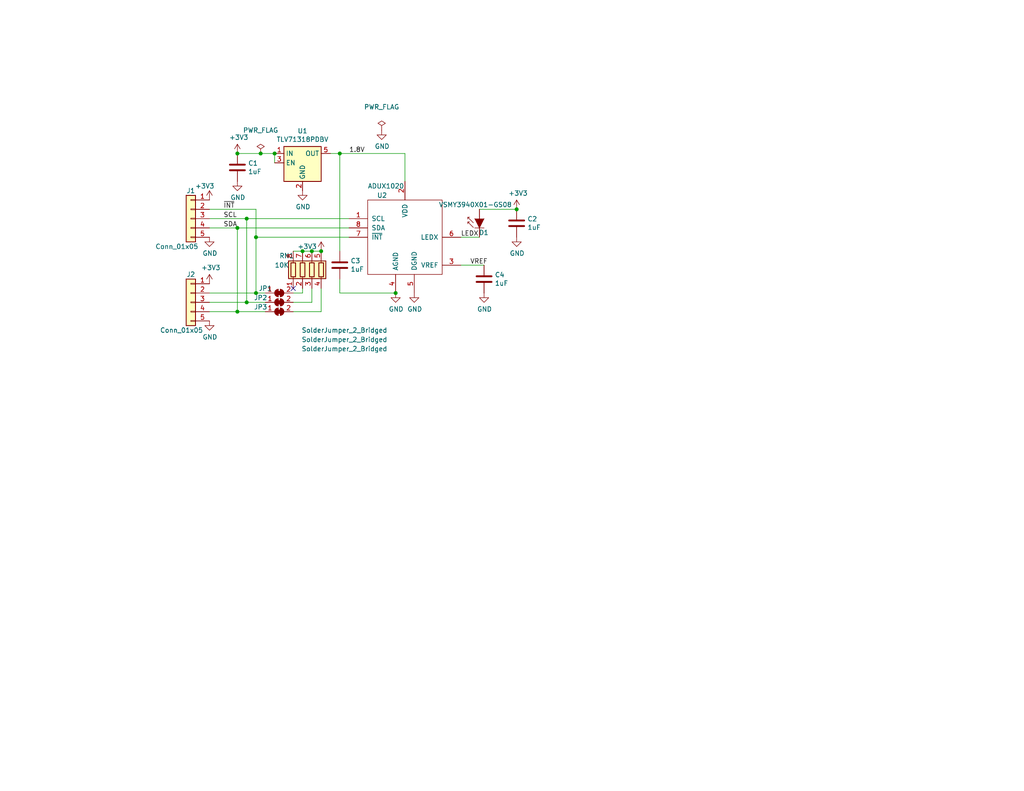
<source format=kicad_sch>
(kicad_sch (version 20230121) (generator eeschema)
  (paper "USLetter")
  (title_block (title "Gesture and Proximity Sensor") (date "2019-11-15") (rev "1.0") (comment 1 "Copyright (C) 2019 Aaron Williams"))
  (lib_symbols
    (symbol "Connector_Generic:Conn_01x05" (pin_names (offset 1.016) hide)
      (property "Reference" "J" (at 0 7.62 0))
      (property "Value" "Conn_01x05" (at 0 -7.62 0))
      (symbol "Conn_01x05_1_1"
        (rectangle (start -1.27 -4.953) (end 0 -5.207) (stroke (width 0.1524)))
        (rectangle (start -1.27 -2.413) (end 0 -2.667) (stroke (width 0.1524)))
        (rectangle (start -1.27 0.127) (end 0 -0.127) (stroke (width 0.1524)))
        (rectangle (start -1.27 2.667) (end 0 2.413) (stroke (width 0.1524)))
        (rectangle (start -1.27 5.207) (end 0 4.953) (stroke (width 0.1524)))
        (rectangle (start -1.27 6.35) (end 1.27 -6.35) (stroke (width 0.254)) (fill (type background)))
        (pin passive line (at -5.08 5.08 0) (length 3.81) (name "Pin_1") (number "1"))
        (pin passive line (at -5.08 2.54 0) (length 3.81) (name "Pin_2") (number "2"))
        (pin passive line (at -5.08 0 0) (length 3.81) (name "Pin_3") (number "3"))
        (pin passive line (at -5.08 -2.54 0) (length 3.81) (name "Pin_4") (number "4"))
        (pin passive line (at -5.08 -5.08 0) (length 3.81) (name "Pin_5") (number "5"))
      )
    )
    (symbol "Device:C" (pin_numbers hide) (pin_names (offset 0.254))
      (property "Reference" "C" (at 0.635 2.54 0))
      (property "Value" "C" (at 0.635 -2.54 0))
      (symbol "C_0_1"
        (polyline (pts (xy -2.032 -0.762) (xy 2.032 -0.762)) (stroke (width 0.508)))
        (polyline (pts (xy -2.032 0.762) (xy 2.032 0.762)) (stroke (width 0.508)))
      )
      (symbol "C_1_1"
        (pin passive line (at 0 3.81 270) (length 2.794) (name "~") (number "1"))
        (pin passive line (at 0 -3.81 90) (length 2.794) (name "~") (number "2"))
      )
    )
    (symbol "Device:R_Pack04" (pin_names (offset 0) hide)
      (property "Reference" "RN" (at -7.62 0 90))
      (property "Value" "R_Pack04" (at 5.08 0 90))
      (symbol "R_Pack04_0_1"
        (rectangle (start -6.35 -2.413) (end 3.81 2.413) (stroke (width 0.254)) (fill (type background)))
        (rectangle (start -5.715 1.905) (end -4.445 -1.905) (stroke (width 0.254)))
        (rectangle (start -3.175 1.905) (end -1.905 -1.905) (stroke (width 0.254)))
        (rectangle (start -0.635 1.905) (end 0.635 -1.905) (stroke (width 0.254)))
        (polyline (pts (xy -5.08 -2.54) (xy -5.08 -1.905)))
        (polyline (pts (xy -5.08 1.905) (xy -5.08 2.54)))
        (polyline (pts (xy -2.54 -2.54) (xy -2.54 -1.905)))
        (polyline (pts (xy -2.54 1.905) (xy -2.54 2.54)))
        (polyline (pts (xy 0 -2.54) (xy 0 -1.905)))
        (polyline (pts (xy 0 1.905) (xy 0 2.54)))
        (polyline (pts (xy 2.54 -2.54) (xy 2.54 -1.905)))
        (polyline (pts (xy 2.54 1.905) (xy 2.54 2.54)))
        (rectangle (start 1.905 1.905) (end 3.175 -1.905) (stroke (width 0.254)))
      )
      (symbol "R_Pack04_1_1"
        (pin passive line (at -5.08 -5.08 90) (length 2.54) (name "R1.1") (number "1"))
        (pin passive line (at -2.54 -5.08 90) (length 2.54) (name "R2.1") (number "2"))
        (pin passive line (at 0 -5.08 90) (length 2.54) (name "R3.1") (number "3"))
        (pin passive line (at 2.54 -5.08 90) (length 2.54) (name "R4.1") (number "4"))
        (pin passive line (at 2.54 5.08 270) (length 2.54) (name "R4.2") (number "5"))
        (pin passive line (at 0 5.08 270) (length 2.54) (name "R3.2") (number "6"))
        (pin passive line (at -2.54 5.08 270) (length 2.54) (name "R2.2") (number "7"))
        (pin passive line (at -5.08 5.08 270) (length 2.54) (name "R1.2") (number "8"))
      )
    )
    (symbol "Jumper:SolderJumper_2_Bridged" (pin_names (offset 0) hide)
      (property "Reference" "JP" (at 0 2.032 0))
      (property "Value" "SolderJumper_2_Bridged" (at 0 -2.54 0))
      (symbol "SolderJumper_2_Bridged_0_1"
        (rectangle (start -0.508 0.508) (end 0.508 -0.508) (fill (type outline)))
        (arc (start -0.254 1.016) (mid -1.2656 0) (end -0.254 -1.016))
        (arc (start -0.254 1.016) (mid -1.2656 0) (end -0.254 -1.016) (fill (type outline)))
        (polyline (pts (xy -0.254 1.016) (xy -0.254 -1.016)))
        (polyline (pts (xy 0.254 1.016) (xy 0.254 -1.016)))
        (arc (start 0.254 -1.016) (mid 1.2656 0) (end 0.254 1.016))
        (arc (start 0.254 -1.016) (mid 1.2656 0) (end 0.254 1.016) (fill (type outline)))
      )
      (symbol "SolderJumper_2_Bridged_1_1"
        (pin passive line (at -3.81 0 0) (length 2.54) (name "A") (number "1"))
        (pin passive line (at 3.81 0 180) (length 2.54) (name "B") (number "2"))
      )
    )
    (symbol "light-sensor-rescue:+3.3V-power" (power) (pin_names (offset 0))
      (property "Value" "+3.3V-power" (at 0 3.556 0))
      (symbol "+3.3V-power_0_1"
        (polyline (pts (xy -0.762 1.27) (xy 0 2.54)))
        (polyline (pts (xy 0 0) (xy 0 2.54)))
        (polyline (pts (xy 0 2.54) (xy 0.762 1.27)))
      )
      (symbol "+3.3V-power_1_1"
        (pin power_in line (at 0 0 90) (length 0) hide (name "+3V3") (number "1"))
      )
    )
    (symbol "light-sensor-rescue:ADUX1020-Aaron" (pin_names (offset 1.016))
      (property "Reference" "U" (at 7.62 11.43 0))
      (property "Value" "Aaron_ADUX1020" (at -5.08 11.43 0))
      (symbol "ADUX1020-Aaron_0_1"
        (rectangle (start -10.16 10.16) (end 10.16 -10.16))
      )
      (symbol "ADUX1020-Aaron_1_1"
        (pin input line (at -15.24 5.08 0) (length 5.08) (name "SCL") (number "1"))
        (pin power_in line (at 0 15.24 270) (length 5.08) (name "VDD") (number "2"))
        (pin passive line (at 15.24 -7.62 180) (length 5.08) (name "VREF") (number "3"))
        (pin power_in line (at -2.54 -15.24 90) (length 5.08) (name "AGND") (number "4"))
        (pin power_in line (at 2.54 -15.24 90) (length 5.08) (name "DGND") (number "5"))
        (pin output line (at 15.24 0 180) (length 5.08) (name "LEDX") (number "6"))
        (pin output line (at -15.24 0 0) (length 5.08) (name "~{INT}") (number "7"))
        (pin bidirectional line (at -15.24 2.54 0) (length 5.08) (name "SDA") (number "8"))
      )
    )
    (symbol "light-sensor-rescue:TLV71318PDBV-Regulator_Linear"
      (property "Reference" "U" (at -3.81 5.715 0))
      (property "Value" "Regulator_Linear_TLV71318PDBV" (at 0 5.715 0))
      (symbol "TLV71318PDBV-Regulator_Linear_0_1"
        (rectangle (start -5.08 4.445) (end 5.08 -5.08) (stroke (width 0.254)) (fill (type background)))
      )
      (symbol "TLV71318PDBV-Regulator_Linear_1_1"
        (pin power_in line (at -7.62 2.54 0) (length 2.54) (name "IN") (number "1"))
        (pin power_in line (at 0 -7.62 90) (length 2.54) (name "GND") (number "2"))
        (pin input line (at -7.62 0 0) (length 2.54) (name "EN") (number "3"))
        (pin no_connect line (at 7.62 0 180) (length 2.54) hide (name "NC") (number "4"))
        (pin power_out line (at 7.62 2.54 180) (length 2.54) (name "OUT") (number "5"))
      )
    )
    (symbol "light-sensor-rescue:VSMY3940X01-GS08-Aaron" (pin_numbers hide) (pin_names (offset 1.016) hide)
      (property "Reference" "D" (at 0.508 1.778 0))
      (property "Value" "Aaron_VSMY3940X01-GS08" (at -1.016 -2.794 0))
      (symbol "VSMY3940X01-GS08-Aaron_0_1"
        (polyline (pts (xy -2.54 1.27) (xy -2.54 -1.27)) (stroke (width 0.1524)))
        (polyline (pts (xy 0.381 3.175) (xy -0.127 3.175)))
        (polyline (pts (xy -1.143 1.651) (xy 0.381 3.175) (xy 0.381 2.667)))
        (polyline (pts (xy 0 1.27) (xy -2.54 0) (xy 0 -1.27)) (fill (type outline)))
        (polyline (pts (xy -2.413 1.651) (xy -0.889 3.175) (xy -0.889 2.667) (xy -0.889 3.175) (xy -1.397 3.175)))
      )
      (symbol "VSMY3940X01-GS08-Aaron_1_1"
        (pin passive line (at -5.08 0 0) (length 2.54) (name "K") (number "1"))
        (pin passive line (at 2.54 0 180) (length 2.54) (name "A") (number "2"))
      )
    )
    (symbol "power:GND" (power) (pin_names (offset 0))
      (property "Value" "GND" (at 0 -3.81 0))
      (symbol "GND_0_1"
        (polyline (pts (xy 0 0) (xy 0 -1.27) (xy 1.27 -1.27) (xy 0 -2.54) (xy -1.27 -1.27) (xy 0 -1.27)))
      )
      (symbol "GND_1_1"
        (pin power_in line (at 0 0 270) (length 0) hide (name "GND") (number "1"))
      )
    )
    (symbol "power:PWR_FLAG" (power) (pin_numbers hide) (pin_names (offset 0) hide)
      (property "Value" "PWR_FLAG" (at 0 3.81 0))
      (symbol "PWR_FLAG_0_0"
        (pin power_out line (at 0 0 90) (length 0) (name "pwr") (number "1"))
      )
      (symbol "PWR_FLAG_0_1"
        (polyline (pts (xy 0 0) (xy 0 1.27) (xy -1.016 1.905) (xy 0 2.54) (xy 1.016 1.905) (xy 0 1.27)))
      )
    )
  )
  (junction (at 64.77 41.91))
  (junction (at 64.77 62.23))
  (junction (at 107.95 80.01))
  (junction (at 140.97 57.15))
  (junction (at 92.71 41.91))
  (junction (at 67.31 59.69))
  (junction (at 87.63 68.58))
  (junction (at 69.85 80.01))
  (junction (at 67.31 82.55))
  (junction (at 82.55 68.58))
  (junction (at 85.09 68.58))
  (junction (at 74.93 41.91))
  (junction (at 69.85 64.77))
  (junction (at 71.12 41.91))
  (junction (at 64.77 85.09))
  (no_connect (at 80.01 78.74))
  (wire (pts (xy 85.09 68.58) (xy 82.55 68.58)))
  (wire (pts (xy 130.81 57.15) (xy 140.97 57.15)))
  (wire (pts (xy 80.01 82.55) (xy 85.09 82.55)))
  (wire (pts (xy 72.39 85.09) (xy 64.77 85.09)))
  (wire (pts (xy 80.01 85.09) (xy 87.63 85.09)))
  (wire (pts (xy 82.55 68.58) (xy 80.01 68.58)))
  (wire (pts (xy 71.12 41.91) (xy 64.77 41.91)))
  (wire (pts (xy 57.15 59.69) (xy 67.31 59.69)))
  (wire (pts (xy 57.15 80.01) (xy 69.85 80.01)))
  (wire (pts (xy 74.93 41.91) (xy 74.93 44.45)))
  (wire (pts (xy 125.73 72.39) (xy 132.08 72.39)))
  (wire (pts (xy 67.31 82.55) (xy 57.15 82.55)))
  (wire (pts (xy 69.85 64.77) (xy 69.85 80.01)))
  (wire (pts (xy 69.85 80.01) (xy 72.39 80.01)))
  (wire (pts (xy 82.55 80.01) (xy 82.55 78.74)))
  (wire (pts (xy 67.31 82.55) (xy 72.39 82.55)))
  (wire (pts (xy 64.77 62.23) (xy 95.25 62.23)))
  (wire (pts (xy 110.49 49.53) (xy 110.49 41.91)))
  (wire (pts (xy 92.71 41.91) (xy 110.49 41.91)))
  (wire (pts (xy 74.93 41.91) (xy 71.12 41.91)))
  (wire (pts (xy 69.85 57.15) (xy 69.85 64.77)))
  (wire (pts (xy 87.63 78.74) (xy 87.63 85.09)))
  (wire (pts (xy 92.71 80.01) (xy 92.71 76.2)))
  (wire (pts (xy 57.15 62.23) (xy 64.77 62.23)))
  (wire (pts (xy 69.85 57.15) (xy 57.15 57.15)))
  (wire (pts (xy 90.17 41.91) (xy 92.71 41.91)))
  (wire (pts (xy 69.85 64.77) (xy 95.25 64.77)))
  (wire (pts (xy 64.77 62.23) (xy 64.77 85.09)))
  (wire (pts (xy 87.63 68.58) (xy 85.09 68.58)))
  (wire (pts (xy 67.31 59.69) (xy 95.25 59.69)))
  (wire (pts (xy 92.71 41.91) (xy 92.71 68.58)))
  (wire (pts (xy 57.15 85.09) (xy 64.77 85.09)))
  (wire (pts (xy 107.95 80.01) (xy 92.71 80.01)))
  (wire (pts (xy 125.73 64.77) (xy 130.81 64.77)))
  (wire (pts (xy 80.01 80.01) (xy 82.55 80.01)))
  (wire (pts (xy 67.31 59.69) (xy 67.31 82.55)))
  (wire (pts (xy 85.09 82.55) (xy 85.09 78.74)))
  (label "SDA" (at 60.96 62.23 0))
  (label "VREF" (at 128.27 72.39 0))
  (label "LEDX" (at 125.73 64.77 0))
  (label "~{INT}" (at 60.96 57.15 0))
  (label "1.8V" (at 95.25 41.91 0))
  (label "SCL" (at 60.96 59.69 0))
  (symbol (lib_id "light-sensor-rescue:ADUX1020-Aaron") (at 110.49 64.77 0) (unit 1)
    (property "Reference" "U2" (at 102.87 53.34 0) (effects (justify left)))
    (property "Value" "ADUX1020" (at 100.33 50.8 0) (effects (justify left)))
    (property "Footprint" "Aaron:LFCSP-8-1EP_3x2mm_P0.5mm_EP1.6x1.65mm" (effects hide))
    (property "Datasheet" "https://www.analog.com/media/en/technical-documentation/data-sheets/ADUX1020.pdf" (effects hide))
  )
  (symbol (lib_id "light-sensor-rescue:TLV71318PDBV-Regulator_Linear") (at 82.55 44.45 0) (unit 1)
    (property "Reference" "U1" (at 82.55 35.7632 0))
    (property "Value" "TLV71318PDBV" (at 82.55 38.0746 0))
    (property "Footprint" "Package_TO_SOT_SMD:SOT-23-5" (effects hide))
    (property "Datasheet" "http://www.ti.com/lit/ds/symlink/tlv713p.pdf" (effects hide))
  )
  (symbol (lib_id "light-sensor-rescue:VSMY3940X01-GS08-Aaron") (at 130.81 59.69 90) (unit 1)
    (property "Reference" "D1" (at 133.35 63.5 90) (effects (justify left)))
    (property "Value" "VSMY3940X01-GS08" (at 139.7 55.88 90) (effects (justify left)))
    (property "Footprint" "Aaron:LED_PLCC-2" (effects hide))
    (property "Datasheet" "http://www.vishay.com/docs/84220/vsmy3940x01.pdf" (effects hide))
    (property "MFR" "Vishay Semiconductor Opto Division" (effects hide))
    (property "MPN" "VSMY3940X01-GS08" (effects hide))
  )
  (symbol (lib_id "Device:C") (at 140.97 60.96 0) (unit 1)
    (property "Reference" "C2" (at 143.891 59.7916 0) (effects (justify left)))
    (property "Value" "1uF" (at 143.891 62.103 0) (effects (justify left)))
    (property "Footprint" "Capacitor_SMD:C_0603_1608Metric" (effects hide))
  )
  (symbol (lib_id "light-sensor-rescue:+3.3V-power") (at 140.97 57.15 0) (unit 1)
    (property "Reference" "#PWR05" (effects hide))
    (property "Value" "+3.3V" (at 141.351 52.7558 0))
  )
  (symbol (lib_id "power:GND") (at 140.97 64.77 0) (unit 1)
    (property "Reference" "#PWR06" (effects hide))
    (property "Value" "GND" (at 141.097 69.1642 0))
  )
  (symbol (lib_id "power:GND") (at 82.55 52.07 0) (unit 1)
    (property "Reference" "#PWR03" (effects hide))
    (property "Value" "GND" (at 82.677 56.4642 0))
  )
  (symbol (lib_id "power:GND") (at 107.95 80.01 0) (unit 1)
    (property "Reference" "#PWR09" (effects hide))
    (property "Value" "GND" (at 108.077 84.4042 0))
  )
  (symbol (lib_id "power:GND") (at 113.03 80.01 0) (unit 1)
    (property "Reference" "#PWR010" (effects hide))
    (property "Value" "GND" (at 113.157 84.4042 0))
  )
  (symbol (lib_id "Device:C") (at 132.08 76.2 0) (unit 1)
    (property "Reference" "C4" (at 135.001 75.0316 0) (effects (justify left)))
    (property "Value" "1uF" (at 135.001 77.343 0) (effects (justify left)))
    (property "Footprint" "Capacitor_SMD:C_0603_1608Metric" (effects hide))
  )
  (symbol (lib_id "power:GND") (at 132.08 80.01 0) (unit 1)
    (property "Reference" "#PWR011" (effects hide))
    (property "Value" "GND" (at 132.207 84.4042 0))
  )
  (symbol (lib_id "Device:C") (at 92.71 72.39 0) (unit 1)
    (property "Reference" "C3" (at 95.631 71.2216 0) (effects (justify left)))
    (property "Value" "1uF" (at 95.631 73.533 0) (effects (justify left)))
    (property "Footprint" "Capacitor_SMD:C_0603_1608Metric" (effects hide))
  )
  (symbol (lib_id "light-sensor-rescue:+3.3V-power") (at 64.77 41.91 0) (unit 1)
    (property "Reference" "#PWR01" (effects hide))
    (property "Value" "+3.3V" (at 65.151 37.5158 0))
  )
  (symbol (lib_id "Device:C") (at 64.77 45.72 0) (unit 1)
    (property "Reference" "C1" (at 67.691 44.5516 0) (effects (justify left)))
    (property "Value" "1uF" (at 67.691 46.863 0) (effects (justify left)))
    (property "Footprint" "Capacitor_SMD:C_0603_1608Metric" (effects hide))
  )
  (symbol (lib_id "power:GND") (at 64.77 49.53 0) (unit 1)
    (property "Reference" "#PWR02" (effects hide))
    (property "Value" "GND" (at 64.897 53.9242 0))
  )
  (symbol (lib_id "Connector_Generic:Conn_01x05") (at 52.07 59.69 0) (mirror y) (unit 1)
    (property "Reference" "J1" (at 52.07 52.07 0))
    (property "Value" "Conn_01x05" (at 48.26 67.31 0))
    (property "Footprint" "Connector_PinHeader_1.27mm:PinHeader_1x05_P1.27mm_Vertical" (effects hide))
  )
  (symbol (lib_id "Connector_Generic:Conn_01x05") (at 52.07 82.55 0) (mirror y) (unit 1)
    (property "Reference" "J2" (at 52.07 74.93 0))
    (property "Value" "Conn_01x05" (at 49.53 90.17 0))
    (property "Footprint" "Connector_PinHeader_1.27mm:PinHeader_1x05_P1.27mm_Vertical" (effects hide))
  )
  (symbol (lib_id "light-sensor-rescue:+3.3V-power") (at 57.15 54.61 0) (unit 1)
    (property "Reference" "#PWR04" (effects hide))
    (property "Value" "+3.3V" (at 55.88 50.8 0))
  )
  (symbol (lib_id "power:GND") (at 57.15 64.77 0) (unit 1)
    (property "Reference" "#PWR07" (effects hide))
    (property "Value" "GND" (at 57.277 69.1642 0))
  )
  (symbol (lib_id "power:GND") (at 57.15 87.63 0) (unit 1)
    (property "Reference" "#PWR012" (effects hide))
    (property "Value" "GND" (at 57.277 92.0242 0))
  )
  (symbol (lib_id "light-sensor-rescue:+3.3V-power") (at 57.15 77.47 0) (unit 1)
    (property "Reference" "#PWR08" (effects hide))
    (property "Value" "+3.3V" (at 57.531 73.0758 0))
  )
  (symbol (lib_id "Device:R_Pack04") (at 85.09 73.66 0) (unit 1)
    (property "Reference" "RN1" (at 76.2 69.85 0) (effects (justify left)))
    (property "Value" "10K" (at 74.93 72.39 0) (effects (justify left)))
    (property "Footprint" "Resistor_SMD:R_Array_Convex_4x0603" (effects hide))
  )
  (symbol (lib_id "light-sensor-rescue:+3.3V-power") (at 87.63 68.58 0) (unit 1)
    (property "Reference" "#PWR0102" (effects hide))
    (property "Value" "+3.3V" (at 83.82 67.31 0))
  )
  (symbol (lib_id "Jumper:SolderJumper_2_Bridged") (at 76.2 80.01 0) (unit 1)
    (property "Reference" "JP1" (at 72.39 78.74 0))
    (property "Value" "SolderJumper_2_Bridged" (at 93.98 90.17 0))
    (property "Footprint" "Jumper:SolderJumper-2_P1.3mm_Bridged_RoundedPad1.0x1.5mm" (effects hide))
  )
  (symbol (lib_id "Jumper:SolderJumper_2_Bridged") (at 76.2 82.55 0) (unit 1)
    (property "Reference" "JP2" (at 71.12 81.28 0))
    (property "Value" "SolderJumper_2_Bridged" (at 93.98 92.71 0))
    (property "Footprint" "Jumper:SolderJumper-2_P1.3mm_Bridged_RoundedPad1.0x1.5mm" (effects hide))
  )
  (symbol (lib_id "Jumper:SolderJumper_2_Bridged") (at 76.2 85.09 0) (unit 1)
    (property "Reference" "JP3" (at 71.12 83.82 0))
    (property "Value" "SolderJumper_2_Bridged" (at 93.98 95.25 0))
    (property "Footprint" "Jumper:SolderJumper-2_P1.3mm_Bridged_RoundedPad1.0x1.5mm" (effects hide))
  )
  (symbol (lib_id "power:PWR_FLAG") (at 104.14 35.56 0) (unit 1)
    (property "Reference" "#FLG0101" (effects hide))
    (property "Value" "PWR_FLAG" (at 104.14 29.21 0))
  )
  (symbol (lib_id "power:GND") (at 104.14 35.56 0) (unit 1)
    (property "Reference" "#PWR0101" (effects hide))
    (property "Value" "GND" (at 104.267 39.9542 0))
  )
  (symbol (lib_id "power:PWR_FLAG") (at 71.12 41.91 0) (unit 1)
    (property "Reference" "#FLG0102" (effects hide))
    (property "Value" "PWR_FLAG" (at 71.12 35.56 0))
  )
)
</source>
